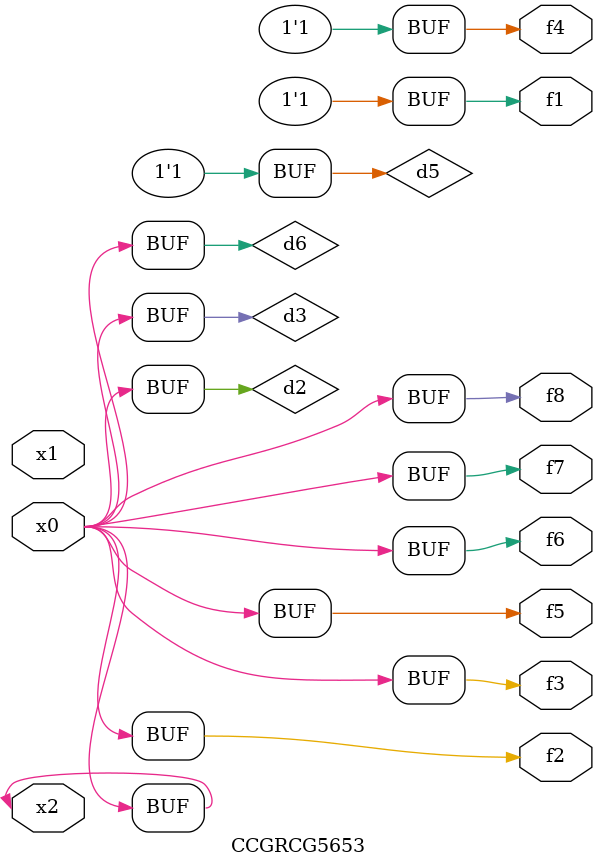
<source format=v>
module CCGRCG5653(
	input x0, x1, x2,
	output f1, f2, f3, f4, f5, f6, f7, f8
);

	wire d1, d2, d3, d4, d5, d6;

	xnor (d1, x2);
	buf (d2, x0, x2);
	and (d3, x0);
	xnor (d4, x1, x2);
	nand (d5, d1, d3);
	buf (d6, d2, d3);
	assign f1 = d5;
	assign f2 = d6;
	assign f3 = d6;
	assign f4 = d5;
	assign f5 = d6;
	assign f6 = d6;
	assign f7 = d6;
	assign f8 = d6;
endmodule

</source>
